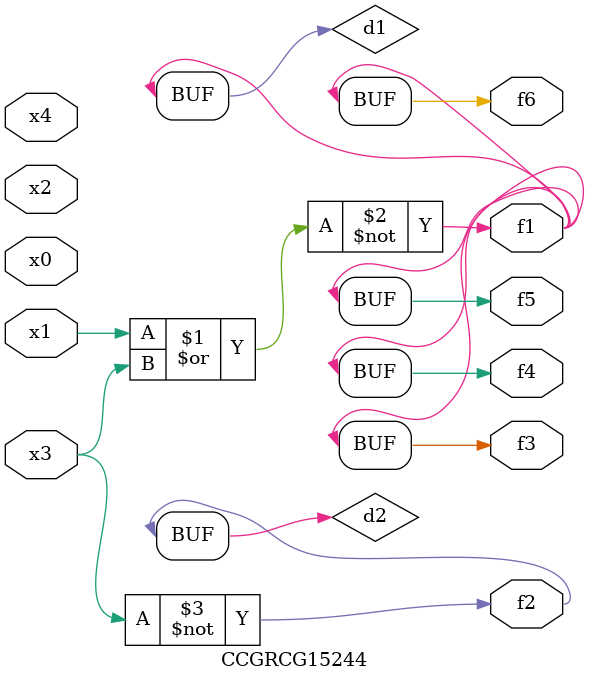
<source format=v>
module CCGRCG15244(
	input x0, x1, x2, x3, x4,
	output f1, f2, f3, f4, f5, f6
);

	wire d1, d2;

	nor (d1, x1, x3);
	not (d2, x3);
	assign f1 = d1;
	assign f2 = d2;
	assign f3 = d1;
	assign f4 = d1;
	assign f5 = d1;
	assign f6 = d1;
endmodule

</source>
